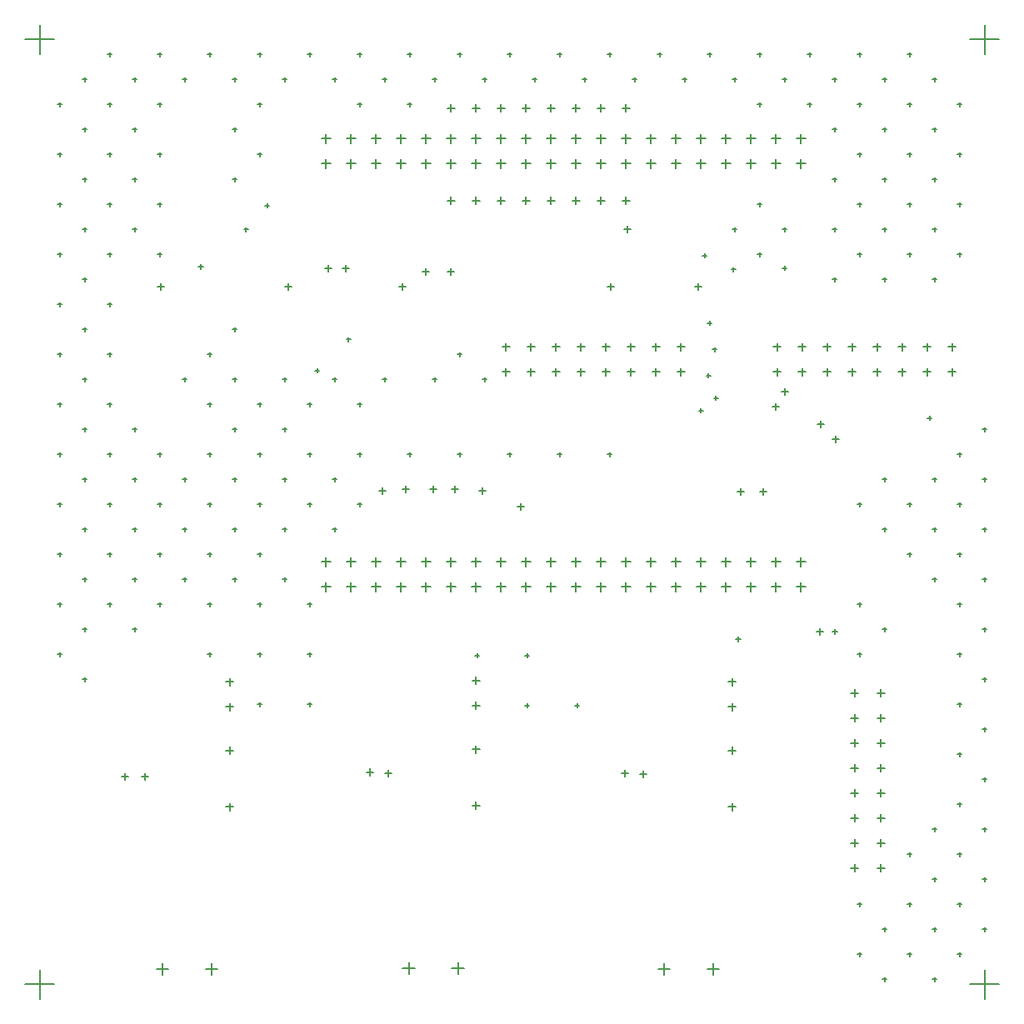
<source format=gbr>
G04 Layer_Color=128*
%FSLAX26Y26*%
%MOIN*%
%TF.FileFunction,Drillmap*%
%TF.Part,Single*%
G01*
G75*
%TA.AperFunction,NonConductor*%
%ADD35C,0.005000*%
D35*
X3245000Y665000D02*
X3275000D01*
X3260000Y650000D02*
Y680000D01*
X3245000Y565000D02*
X3275000D01*
X3260000Y550000D02*
Y580000D01*
X3245000Y1165000D02*
X3275000D01*
X3260000Y1150000D02*
Y1180000D01*
X3245000Y1065000D02*
X3275000D01*
X3260000Y1050000D02*
Y1080000D01*
X3245000Y965000D02*
X3275000D01*
X3260000Y950000D02*
Y980000D01*
X3245000Y865000D02*
X3275000D01*
X3260000Y850000D02*
Y880000D01*
X3245000Y765000D02*
X3275000D01*
X3260000Y750000D02*
Y780000D01*
X3245000Y465000D02*
X3275000D01*
X3260000Y450000D02*
Y480000D01*
X3350000Y665000D02*
X3380000D01*
X3365000Y650000D02*
Y680000D01*
X3350000Y565000D02*
X3380000D01*
X3365000Y550000D02*
Y580000D01*
X3350000Y1165000D02*
X3380000D01*
X3365000Y1150000D02*
Y1180000D01*
X3350000Y1065000D02*
X3380000D01*
X3365000Y1050000D02*
Y1080000D01*
X3350000Y965000D02*
X3380000D01*
X3365000Y950000D02*
Y980000D01*
X3350000Y865000D02*
X3380000D01*
X3365000Y850000D02*
Y880000D01*
X3350000Y765000D02*
X3380000D01*
X3365000Y750000D02*
Y780000D01*
X3350000Y465000D02*
X3380000D01*
X3365000Y450000D02*
Y480000D01*
X2935001Y2550000D02*
X2965001D01*
X2950001Y2535000D02*
Y2565000D01*
X3235001Y2550000D02*
X3265001D01*
X3250001Y2535000D02*
Y2565000D01*
X3335001Y2550000D02*
X3365001D01*
X3350001Y2535000D02*
Y2565000D01*
X3435001Y2550000D02*
X3465001D01*
X3450001Y2535000D02*
Y2565000D01*
X3535001Y2550000D02*
X3565001D01*
X3550001Y2535000D02*
Y2565000D01*
X3635001Y2550000D02*
X3665001D01*
X3650001Y2535000D02*
Y2565000D01*
X3035001Y2550000D02*
X3065001D01*
X3050001Y2535000D02*
Y2565000D01*
X3135001Y2550000D02*
X3165001D01*
X3150001Y2535000D02*
Y2565000D01*
X2935001Y2450000D02*
X2965001D01*
X2950001Y2435000D02*
Y2465000D01*
X3235001Y2450000D02*
X3265001D01*
X3250001Y2435000D02*
Y2465000D01*
X3335001Y2450000D02*
X3365001D01*
X3350001Y2435000D02*
Y2465000D01*
X3435001Y2450000D02*
X3465001D01*
X3450001Y2435000D02*
Y2465000D01*
X3535001Y2450000D02*
X3565001D01*
X3550001Y2435000D02*
Y2465000D01*
X3635001Y2450000D02*
X3665001D01*
X3650001Y2435000D02*
Y2465000D01*
X3035001Y2450000D02*
X3065001D01*
X3050001Y2435000D02*
Y2465000D01*
X3135001Y2450000D02*
X3165001D01*
X3150001Y2435000D02*
Y2465000D01*
X1850001Y2550000D02*
X1880001D01*
X1865001Y2535000D02*
Y2565000D01*
X2150001Y2550000D02*
X2180001D01*
X2165001Y2535000D02*
Y2565000D01*
X2250001Y2550000D02*
X2280001D01*
X2265001Y2535000D02*
Y2565000D01*
X2350001Y2550000D02*
X2380001D01*
X2365001Y2535000D02*
Y2565000D01*
X2450001Y2550000D02*
X2480001D01*
X2465001Y2535000D02*
Y2565000D01*
X2550001Y2550000D02*
X2580001D01*
X2565001Y2535000D02*
Y2565000D01*
X1950001Y2550000D02*
X1980001D01*
X1965001Y2535000D02*
Y2565000D01*
X2050001Y2550000D02*
X2080001D01*
X2065001Y2535000D02*
Y2565000D01*
X1850001Y2450000D02*
X1880001D01*
X1865001Y2435000D02*
Y2465000D01*
X2150001Y2450000D02*
X2180001D01*
X2165001Y2435000D02*
Y2465000D01*
X2250001Y2450000D02*
X2280001D01*
X2265001Y2435000D02*
Y2465000D01*
X2350001Y2450000D02*
X2380001D01*
X2365001Y2435000D02*
Y2465000D01*
X2450001Y2450000D02*
X2480001D01*
X2465001Y2435000D02*
Y2465000D01*
X2550001Y2450000D02*
X2580001D01*
X2565001Y2435000D02*
Y2465000D01*
X1950001Y2450000D02*
X1980001D01*
X1965001Y2435000D02*
Y2465000D01*
X2050001Y2450000D02*
X2080001D01*
X2065001Y2435000D02*
Y2465000D01*
X1127284Y1590000D02*
X1162716D01*
X1145000Y1572284D02*
Y1607716D01*
X1227284Y1590000D02*
X1262716D01*
X1245000Y1572284D02*
Y1607716D01*
X1327284Y1590000D02*
X1362716D01*
X1345000Y1572284D02*
Y1607716D01*
X1427284Y1590000D02*
X1462716D01*
X1445000Y1572284D02*
Y1607716D01*
X1527284Y1590000D02*
X1562716D01*
X1545000Y1572284D02*
Y1607716D01*
X1627284Y1590000D02*
X1662716D01*
X1645000Y1572284D02*
Y1607716D01*
X1727284Y1590000D02*
X1762716D01*
X1745000Y1572284D02*
Y1607716D01*
X1827284Y1590000D02*
X1862716D01*
X1845000Y1572284D02*
Y1607716D01*
X1927284Y1590000D02*
X1962716D01*
X1945000Y1572284D02*
Y1607716D01*
X2027284Y1590000D02*
X2062716D01*
X2045000Y1572284D02*
Y1607716D01*
X2127284Y1590000D02*
X2162716D01*
X2145000Y1572284D02*
Y1607716D01*
X2227284Y1590000D02*
X2262716D01*
X2245000Y1572284D02*
Y1607716D01*
X2327284Y1590000D02*
X2362716D01*
X2345000Y1572284D02*
Y1607716D01*
X2427284Y1590000D02*
X2462716D01*
X2445000Y1572284D02*
Y1607716D01*
X2527284Y1590000D02*
X2562716D01*
X2545000Y1572284D02*
Y1607716D01*
X2627284Y1590000D02*
X2662716D01*
X2645000Y1572284D02*
Y1607716D01*
X2727284Y1590000D02*
X2762716D01*
X2745000Y1572284D02*
Y1607716D01*
X2827284Y1590000D02*
X2862716D01*
X2845000Y1572284D02*
Y1607716D01*
X2927284Y1590000D02*
X2962716D01*
X2945000Y1572284D02*
Y1607716D01*
X3027284Y1590000D02*
X3062716D01*
X3045000Y1572284D02*
Y1607716D01*
X1127284Y1690000D02*
X1162716D01*
X1145000Y1672284D02*
Y1707716D01*
X1227284Y1690000D02*
X1262716D01*
X1245000Y1672284D02*
Y1707716D01*
X1327284Y1690000D02*
X1362716D01*
X1345000Y1672284D02*
Y1707716D01*
X1427284Y1690000D02*
X1462716D01*
X1445000Y1672284D02*
Y1707716D01*
X1527284Y1690000D02*
X1562716D01*
X1545000Y1672284D02*
Y1707716D01*
X1627284Y1690000D02*
X1662716D01*
X1645000Y1672284D02*
Y1707716D01*
X1727284Y1690000D02*
X1762716D01*
X1745000Y1672284D02*
Y1707716D01*
X1827284Y1690000D02*
X1862716D01*
X1845000Y1672284D02*
Y1707716D01*
X1927284Y1690000D02*
X1962716D01*
X1945000Y1672284D02*
Y1707716D01*
X2027284Y1690000D02*
X2062716D01*
X2045000Y1672284D02*
Y1707716D01*
X2127284Y1690000D02*
X2162716D01*
X2145000Y1672284D02*
Y1707716D01*
X2227284Y1690000D02*
X2262716D01*
X2245000Y1672284D02*
Y1707716D01*
X2327284Y1690000D02*
X2362716D01*
X2345000Y1672284D02*
Y1707716D01*
X2427284Y1690000D02*
X2462716D01*
X2445000Y1672284D02*
Y1707716D01*
X2527284Y1690000D02*
X2562716D01*
X2545000Y1672284D02*
Y1707716D01*
X2627284Y1690000D02*
X2662716D01*
X2645000Y1672284D02*
Y1707716D01*
X2727284Y1690000D02*
X2762716D01*
X2745000Y1672284D02*
Y1707716D01*
X2827284Y1690000D02*
X2862716D01*
X2845000Y1672284D02*
Y1707716D01*
X2927284Y1690000D02*
X2962716D01*
X2945000Y1672284D02*
Y1707716D01*
X3027284Y1690000D02*
X3062716D01*
X3045000Y1672284D02*
Y1707716D01*
X1127284Y3282913D02*
X1162716D01*
X1145000Y3265197D02*
Y3300630D01*
X3027284Y3382913D02*
X3062716D01*
X3045000Y3365197D02*
Y3400630D01*
X2927284Y3382913D02*
X2962716D01*
X2945000Y3365197D02*
Y3400630D01*
X2827284Y3382913D02*
X2862716D01*
X2845000Y3365197D02*
Y3400630D01*
X2727284Y3382913D02*
X2762716D01*
X2745000Y3365197D02*
Y3400630D01*
X2627284Y3382913D02*
X2662716D01*
X2645000Y3365197D02*
Y3400630D01*
X2527284Y3382913D02*
X2562716D01*
X2545000Y3365197D02*
Y3400630D01*
X2427284Y3382913D02*
X2462716D01*
X2445000Y3365197D02*
Y3400630D01*
X2327284Y3382913D02*
X2362716D01*
X2345000Y3365197D02*
Y3400630D01*
X2227284Y3382913D02*
X2262716D01*
X2245000Y3365197D02*
Y3400630D01*
X2127284Y3382913D02*
X2162716D01*
X2145000Y3365197D02*
Y3400630D01*
X2027284Y3382913D02*
X2062716D01*
X2045000Y3365197D02*
Y3400630D01*
X1927284Y3382913D02*
X1962716D01*
X1945000Y3365197D02*
Y3400630D01*
X1827284Y3382913D02*
X1862716D01*
X1845000Y3365197D02*
Y3400630D01*
X1727284Y3382913D02*
X1762716D01*
X1745000Y3365197D02*
Y3400630D01*
X1627284Y3382913D02*
X1662716D01*
X1645000Y3365197D02*
Y3400630D01*
X1527284Y3382913D02*
X1562716D01*
X1545000Y3365197D02*
Y3400630D01*
X1427284Y3382913D02*
X1462716D01*
X1445000Y3365197D02*
Y3400630D01*
X1327284Y3382913D02*
X1362716D01*
X1345000Y3365197D02*
Y3400630D01*
X1227284Y3382913D02*
X1262716D01*
X1245000Y3365197D02*
Y3400630D01*
X1127284Y3382913D02*
X1162716D01*
X1145000Y3365197D02*
Y3400630D01*
X3027284Y3282913D02*
X3062716D01*
X3045000Y3265197D02*
Y3300630D01*
X2927284Y3282913D02*
X2962716D01*
X2945000Y3265197D02*
Y3300630D01*
X2827284Y3282913D02*
X2862716D01*
X2845000Y3265197D02*
Y3300630D01*
X2727284Y3282913D02*
X2762716D01*
X2745000Y3265197D02*
Y3300630D01*
X2627284Y3282913D02*
X2662716D01*
X2645000Y3265197D02*
Y3300630D01*
X2527284Y3282913D02*
X2562716D01*
X2545000Y3265197D02*
Y3300630D01*
X2427284Y3282913D02*
X2462716D01*
X2445000Y3265197D02*
Y3300630D01*
X2327284Y3282913D02*
X2362716D01*
X2345000Y3265197D02*
Y3300630D01*
X2227284Y3282913D02*
X2262716D01*
X2245000Y3265197D02*
Y3300630D01*
X2127284Y3282913D02*
X2162716D01*
X2145000Y3265197D02*
Y3300630D01*
X2027284Y3282913D02*
X2062716D01*
X2045000Y3265197D02*
Y3300630D01*
X1927284Y3282913D02*
X1962716D01*
X1945000Y3265197D02*
Y3300630D01*
X1827284Y3282913D02*
X1862716D01*
X1845000Y3265197D02*
Y3300630D01*
X1727284Y3282913D02*
X1762716D01*
X1745000Y3265197D02*
Y3300630D01*
X1627284Y3282913D02*
X1662716D01*
X1645000Y3265197D02*
Y3300630D01*
X1527284Y3282913D02*
X1562716D01*
X1545000Y3265197D02*
Y3300630D01*
X1427284Y3282913D02*
X1462716D01*
X1445000Y3265197D02*
Y3300630D01*
X1327284Y3282913D02*
X1362716D01*
X1345000Y3265197D02*
Y3300630D01*
X1227284Y3282913D02*
X1262716D01*
X1245000Y3265197D02*
Y3300630D01*
X1729370Y715591D02*
X1759370D01*
X1744370Y700591D02*
Y730591D01*
X1729370Y940000D02*
X1759370D01*
X1744370Y925000D02*
Y955000D01*
X1729370Y1115591D02*
X1759370D01*
X1744370Y1100591D02*
Y1130591D01*
X1729370Y1215591D02*
X1759370D01*
X1744370Y1200591D02*
Y1230591D01*
X745000Y710591D02*
X775000D01*
X760000Y695591D02*
Y725591D01*
X745000Y935000D02*
X775000D01*
X760000Y920000D02*
Y950000D01*
X745000Y1110591D02*
X775000D01*
X760000Y1095591D02*
Y1125591D01*
X745000Y1210591D02*
X775000D01*
X760000Y1195591D02*
Y1225591D01*
X2669803Y60000D02*
X2717047D01*
X2693425Y36378D02*
Y83622D01*
X2472953Y60000D02*
X2520197D01*
X2496575Y36378D02*
Y83622D01*
X2755000Y710591D02*
X2785000D01*
X2770000Y695591D02*
Y725591D01*
X2755000Y935000D02*
X2785000D01*
X2770000Y920000D02*
Y950000D01*
X2755000Y1110591D02*
X2785000D01*
X2770000Y1095591D02*
Y1125591D01*
X2755000Y1210591D02*
X2785000D01*
X2770000Y1195591D02*
Y1225591D01*
X1649173Y65000D02*
X1696417D01*
X1672795Y41378D02*
Y88622D01*
X1452323Y65000D02*
X1499567D01*
X1475945Y41378D02*
Y88622D01*
X664803Y60000D02*
X712047D01*
X688425Y36378D02*
Y83622D01*
X467953Y60000D02*
X515197D01*
X491575Y36378D02*
Y83622D01*
X3720472Y3779528D02*
X3838582D01*
X3779527Y3720473D02*
Y3838583D01*
X3720472Y-0D02*
X3838582D01*
X3779527Y-59055D02*
Y59055D01*
X-59054Y3779528D02*
X59056D01*
X1Y3720473D02*
Y3838583D01*
X-59054Y-0D02*
X59056D01*
X1Y-59055D02*
Y59055D01*
X1830000Y3135000D02*
X1860000D01*
X1845000Y3120000D02*
Y3150000D01*
X1730000Y3135000D02*
X1760000D01*
X1745000Y3120000D02*
Y3150000D01*
X2330000Y3135000D02*
X2360000D01*
X2345000Y3120000D02*
Y3150000D01*
X2230000Y3135000D02*
X2260000D01*
X2245000Y3120000D02*
Y3150000D01*
X2130000Y3135000D02*
X2160000D01*
X2145000Y3120000D02*
Y3150000D01*
X2030000Y3135000D02*
X2060000D01*
X2045000Y3120000D02*
Y3150000D01*
X1930000Y3135000D02*
X1960000D01*
X1945000Y3120000D02*
Y3150000D01*
X1630000Y3135000D02*
X1660000D01*
X1645000Y3120000D02*
Y3150000D01*
X1830000Y3505000D02*
X1860000D01*
X1845000Y3490000D02*
Y3520000D01*
X1730000Y3505000D02*
X1760000D01*
X1745000Y3490000D02*
Y3520000D01*
X2330000Y3505000D02*
X2360000D01*
X2345000Y3490000D02*
Y3520000D01*
X2230000Y3505000D02*
X2260000D01*
X2245000Y3490000D02*
Y3520000D01*
X2130000Y3505000D02*
X2160000D01*
X2145000Y3490000D02*
Y3520000D01*
X2030000Y3505000D02*
X2060000D01*
X2045000Y3490000D02*
Y3520000D01*
X1930000Y3505000D02*
X1960000D01*
X1945000Y3490000D02*
Y3520000D01*
X1630000Y3505000D02*
X1660000D01*
X1645000Y3490000D02*
Y3520000D01*
X2621000Y2790000D02*
X2649000D01*
X2635000Y2776000D02*
Y2804000D01*
X2271000Y2790000D02*
X2299000D01*
X2285000Y2776000D02*
Y2804000D01*
X471000Y2790000D02*
X499000D01*
X485000Y2776000D02*
Y2804000D01*
X1436000Y2790000D02*
X1464000D01*
X1450000Y2776000D02*
Y2804000D01*
X981000Y2790000D02*
X1009000D01*
X995000Y2776000D02*
Y2804000D01*
X1631000Y2850000D02*
X1659000D01*
X1645000Y2836000D02*
Y2864000D01*
X1141000Y2865000D02*
X1169000D01*
X1155000Y2851000D02*
Y2879000D01*
X635000Y2870000D02*
X655000D01*
X645000Y2860000D02*
Y2880000D01*
X2881000Y1970000D02*
X2909000D01*
X2895000Y1956000D02*
Y1984000D01*
X2791000Y1970000D02*
X2819000D01*
X2805000Y1956000D02*
Y1984000D01*
X2785000Y1380000D02*
X2805000D01*
X2795000Y1370000D02*
Y1390000D01*
X1911000Y1910000D02*
X1939000D01*
X1925000Y1896000D02*
Y1924000D01*
X1646000Y1980000D02*
X1674000D01*
X1660000Y1966000D02*
Y1994000D01*
X1451000Y1980000D02*
X1479000D01*
X1465000Y1966000D02*
Y1994000D01*
X1356000Y1975000D02*
X1384000D01*
X1370000Y1961000D02*
Y1989000D01*
X1561000Y1980000D02*
X1589000D01*
X1575000Y1966000D02*
Y1994000D01*
X1756000Y1975000D02*
X1784000D01*
X1770000Y1961000D02*
Y1989000D01*
X1102126Y2455000D02*
X1117874D01*
X1110000Y2447126D02*
Y2462874D01*
X326000Y830000D02*
X354000D01*
X340000Y816000D02*
Y844000D01*
X406000Y830000D02*
X434000D01*
X420000Y816000D02*
Y844000D01*
X1306437Y848933D02*
X1334437D01*
X1320437Y834933D02*
Y862933D01*
X1380370Y845000D02*
X1408370D01*
X1394370Y831000D02*
Y859000D01*
X2401000Y840000D02*
X2429000D01*
X2415000Y826000D02*
Y854000D01*
X2327067Y843933D02*
X2355067D01*
X2341067Y829933D02*
Y857933D01*
X3170000Y1410000D02*
X3190000D01*
X3180000Y1400000D02*
Y1420000D01*
X3106000Y1410000D02*
X3134000D01*
X3120000Y1396000D02*
Y1424000D01*
X3171000Y2180000D02*
X3199000D01*
X3185000Y2166000D02*
Y2194000D01*
X3111000Y2240000D02*
X3139000D01*
X3125000Y2226000D02*
Y2254000D01*
X2931000Y2310000D02*
X2959000D01*
X2945000Y2296000D02*
Y2324000D01*
X2966000Y2370000D02*
X2994000D01*
X2980000Y2356000D02*
Y2384000D01*
X1531000Y2850000D02*
X1559000D01*
X1545000Y2836000D02*
Y2864000D01*
X1211000Y2865000D02*
X1239000D01*
X1225000Y2851000D02*
Y2879000D01*
X472126Y3720000D02*
X487874D01*
X480000Y3712126D02*
Y3727874D01*
X372126Y3620000D02*
X387874D01*
X380000Y3612126D02*
Y3627874D01*
X272126Y3720000D02*
X287874D01*
X280000Y3712126D02*
Y3727874D01*
X172126Y3620000D02*
X187874D01*
X180000Y3612126D02*
Y3627874D01*
X572126Y3620000D02*
X587874D01*
X580000Y3612126D02*
Y3627874D01*
X672126Y3720000D02*
X687874D01*
X680000Y3712126D02*
Y3727874D01*
X772126Y3620000D02*
X787874D01*
X780000Y3612126D02*
Y3627874D01*
X872126Y3720000D02*
X887874D01*
X880000Y3712126D02*
Y3727874D01*
X972126Y3620000D02*
X987874D01*
X980000Y3612126D02*
Y3627874D01*
X1072126Y3720000D02*
X1087874D01*
X1080000Y3712126D02*
Y3727874D01*
X1172126Y3620000D02*
X1187874D01*
X1180000Y3612126D02*
Y3627874D01*
X1272126Y3720000D02*
X1287874D01*
X1280000Y3712126D02*
Y3727874D01*
X1372126Y3620000D02*
X1387874D01*
X1380000Y3612126D02*
Y3627874D01*
X1472126Y3720000D02*
X1487874D01*
X1480000Y3712126D02*
Y3727874D01*
X1572126Y3620000D02*
X1587874D01*
X1580000Y3612126D02*
Y3627874D01*
X1672126Y3720000D02*
X1687874D01*
X1680000Y3712126D02*
Y3727874D01*
X1772126Y3620000D02*
X1787874D01*
X1780000Y3612126D02*
Y3627874D01*
X1872126Y3720000D02*
X1887874D01*
X1880000Y3712126D02*
Y3727874D01*
X1972126Y3620000D02*
X1987874D01*
X1980000Y3612126D02*
Y3627874D01*
X2072126Y3720000D02*
X2087874D01*
X2080000Y3712126D02*
Y3727874D01*
X2172126Y3620000D02*
X2187874D01*
X2180000Y3612126D02*
Y3627874D01*
X2272126Y3720000D02*
X2287874D01*
X2280000Y3712126D02*
Y3727874D01*
X2372126Y3620000D02*
X2387874D01*
X2380000Y3612126D02*
Y3627874D01*
X2472126Y3720000D02*
X2487874D01*
X2480000Y3712126D02*
Y3727874D01*
X2572126Y3620000D02*
X2587874D01*
X2580000Y3612126D02*
Y3627874D01*
X2672126Y3720000D02*
X2687874D01*
X2680000Y3712126D02*
Y3727874D01*
X2772126Y3620000D02*
X2787874D01*
X2780000Y3612126D02*
Y3627874D01*
X2872126Y3720000D02*
X2887874D01*
X2880000Y3712126D02*
Y3727874D01*
X2972126Y3620000D02*
X2987874D01*
X2980000Y3612126D02*
Y3627874D01*
X3072126Y3720000D02*
X3087874D01*
X3080000Y3712126D02*
Y3727874D01*
X3172126Y3620000D02*
X3187874D01*
X3180000Y3612126D02*
Y3627874D01*
X3272126Y3720000D02*
X3287874D01*
X3280000Y3712126D02*
Y3727874D01*
X3372126Y3620000D02*
X3387874D01*
X3380000Y3612126D02*
Y3627874D01*
X3472126Y3720000D02*
X3487874D01*
X3480000Y3712126D02*
Y3727874D01*
X472126Y3520000D02*
X487874D01*
X480000Y3512126D02*
Y3527874D01*
X72126Y3520000D02*
X87874D01*
X80000Y3512126D02*
Y3527874D01*
X272126Y3520000D02*
X287874D01*
X280000Y3512126D02*
Y3527874D01*
X372126Y3420000D02*
X387874D01*
X380000Y3412126D02*
Y3427874D01*
X172126Y3420000D02*
X187874D01*
X180000Y3412126D02*
Y3427874D01*
X172126Y3220000D02*
X187874D01*
X180000Y3212126D02*
Y3227874D01*
X372126Y3220000D02*
X387874D01*
X380000Y3212126D02*
Y3227874D01*
X272126Y3320000D02*
X287874D01*
X280000Y3312126D02*
Y3327874D01*
X72126Y3320000D02*
X87874D01*
X80000Y3312126D02*
Y3327874D01*
X472126Y3320000D02*
X487874D01*
X480000Y3312126D02*
Y3327874D01*
X172126Y3020000D02*
X187874D01*
X180000Y3012126D02*
Y3027874D01*
X372126Y3020000D02*
X387874D01*
X380000Y3012126D02*
Y3027874D01*
X272126Y3120000D02*
X287874D01*
X280000Y3112126D02*
Y3127874D01*
X72126Y3120000D02*
X87874D01*
X80000Y3112126D02*
Y3127874D01*
X472126Y3120000D02*
X487874D01*
X480000Y3112126D02*
Y3127874D01*
X172126Y2820000D02*
X187874D01*
X180000Y2812126D02*
Y2827874D01*
X272126Y2920000D02*
X287874D01*
X280000Y2912126D02*
Y2927874D01*
X72126Y2920000D02*
X87874D01*
X80000Y2912126D02*
Y2927874D01*
X472126Y2920000D02*
X487874D01*
X480000Y2912126D02*
Y2927874D01*
X172126Y2620000D02*
X187874D01*
X180000Y2612126D02*
Y2627874D01*
X272126Y2720000D02*
X287874D01*
X280000Y2712126D02*
Y2727874D01*
X72126Y2720000D02*
X87874D01*
X80000Y2712126D02*
Y2727874D01*
X172126Y2420000D02*
X187874D01*
X180000Y2412126D02*
Y2427874D01*
X272126Y2520000D02*
X287874D01*
X280000Y2512126D02*
Y2527874D01*
X72126Y2520000D02*
X87874D01*
X80000Y2512126D02*
Y2527874D01*
X172126Y2220000D02*
X187874D01*
X180000Y2212126D02*
Y2227874D01*
X372126Y2220000D02*
X387874D01*
X380000Y2212126D02*
Y2227874D01*
X272126Y2320000D02*
X287874D01*
X280000Y2312126D02*
Y2327874D01*
X72126Y2320000D02*
X87874D01*
X80000Y2312126D02*
Y2327874D01*
X172126Y2020000D02*
X187874D01*
X180000Y2012126D02*
Y2027874D01*
X372126Y2020000D02*
X387874D01*
X380000Y2012126D02*
Y2027874D01*
X272126Y2120000D02*
X287874D01*
X280000Y2112126D02*
Y2127874D01*
X72126Y2120000D02*
X87874D01*
X80000Y2112126D02*
Y2127874D01*
X472126Y2120000D02*
X487874D01*
X480000Y2112126D02*
Y2127874D01*
X172126Y1820000D02*
X187874D01*
X180000Y1812126D02*
Y1827874D01*
X372126Y1820000D02*
X387874D01*
X380000Y1812126D02*
Y1827874D01*
X272126Y1920000D02*
X287874D01*
X280000Y1912126D02*
Y1927874D01*
X72126Y1920000D02*
X87874D01*
X80000Y1912126D02*
Y1927874D01*
X472126Y1920000D02*
X487874D01*
X480000Y1912126D02*
Y1927874D01*
X172126Y1620000D02*
X187874D01*
X180000Y1612126D02*
Y1627874D01*
X372126Y1620000D02*
X387874D01*
X380000Y1612126D02*
Y1627874D01*
X272126Y1720000D02*
X287874D01*
X280000Y1712126D02*
Y1727874D01*
X72126Y1720000D02*
X87874D01*
X80000Y1712126D02*
Y1727874D01*
X472126Y1720000D02*
X487874D01*
X480000Y1712126D02*
Y1727874D01*
X172126Y1420000D02*
X187874D01*
X180000Y1412126D02*
Y1427874D01*
X372126Y1420000D02*
X387874D01*
X380000Y1412126D02*
Y1427874D01*
X272126Y1520000D02*
X287874D01*
X280000Y1512126D02*
Y1527874D01*
X72126Y1520000D02*
X87874D01*
X80000Y1512126D02*
Y1527874D01*
X472126Y1520000D02*
X487874D01*
X480000Y1512126D02*
Y1527874D01*
X172126Y1220000D02*
X187874D01*
X180000Y1212126D02*
Y1227874D01*
X72126Y1320000D02*
X87874D01*
X80000Y1312126D02*
Y1327874D01*
X772126Y2020000D02*
X787874D01*
X780000Y2012126D02*
Y2027874D01*
X772126Y2220000D02*
X787874D01*
X780000Y2212126D02*
Y2227874D01*
X672126Y2120000D02*
X687874D01*
X680000Y2112126D02*
Y2127874D01*
X572126Y2420000D02*
X587874D01*
X580000Y2412126D02*
Y2427874D01*
X672126Y2320000D02*
X687874D01*
X680000Y2312126D02*
Y2327874D01*
X1172126Y2020000D02*
X1187874D01*
X1180000Y2012126D02*
Y2027874D01*
X972126Y2220000D02*
X987874D01*
X980000Y2212126D02*
Y2227874D01*
X1072126Y2120000D02*
X1087874D01*
X1080000Y2112126D02*
Y2127874D01*
X972126Y2420000D02*
X987874D01*
X980000Y2412126D02*
Y2427874D01*
X1072126Y2320000D02*
X1087874D01*
X1080000Y2312126D02*
Y2327874D01*
X872126Y2320000D02*
X887874D01*
X880000Y2312126D02*
Y2327874D01*
X1472126Y2120000D02*
X1487874D01*
X1480000Y2112126D02*
Y2127874D01*
X1272126Y2120000D02*
X1287874D01*
X1280000Y2112126D02*
Y2127874D01*
X1272126Y2320000D02*
X1287874D01*
X1280000Y2312126D02*
Y2327874D01*
X872126Y1520000D02*
X887874D01*
X880000Y1512126D02*
Y1527874D01*
X872126Y1720000D02*
X887874D01*
X880000Y1712126D02*
Y1727874D01*
X672126Y1720000D02*
X687874D01*
X680000Y1712126D02*
Y1727874D01*
X772126Y1620000D02*
X787874D01*
X780000Y1612126D02*
Y1627874D01*
X672126Y1920000D02*
X687874D01*
X680000Y1912126D02*
Y1927874D01*
X772126Y1820000D02*
X787874D01*
X780000Y1812126D02*
Y1827874D01*
X572126Y1820000D02*
X587874D01*
X580000Y1812126D02*
Y1827874D01*
X572126Y2020000D02*
X587874D01*
X580000Y2012126D02*
Y2027874D01*
X872126Y1920000D02*
X887874D01*
X880000Y1912126D02*
Y1927874D01*
X872126Y2120000D02*
X887874D01*
X880000Y2112126D02*
Y2127874D01*
X972126Y2020000D02*
X987874D01*
X980000Y2012126D02*
Y2027874D01*
X972126Y1820000D02*
X987874D01*
X980000Y1812126D02*
Y1827874D01*
X1072126Y1920000D02*
X1087874D01*
X1080000Y1912126D02*
Y1927874D01*
X1172126Y1820000D02*
X1187874D01*
X1180000Y1812126D02*
Y1827874D01*
X972126Y1620000D02*
X987874D01*
X980000Y1612126D02*
Y1627874D01*
X572126Y1620000D02*
X587874D01*
X580000Y1612126D02*
Y1627874D01*
X672126Y1520000D02*
X687874D01*
X680000Y1512126D02*
Y1527874D01*
X872126Y1320000D02*
X887874D01*
X880000Y1312126D02*
Y1327874D01*
X1072126Y1120000D02*
X1087874D01*
X1080000Y1112126D02*
Y1127874D01*
X872126Y1120000D02*
X887874D01*
X880000Y1112126D02*
Y1127874D01*
X672126Y1320000D02*
X687874D01*
X680000Y1312126D02*
Y1327874D01*
X1072126Y1320000D02*
X1087874D01*
X1080000Y1312126D02*
Y1327874D01*
X1072126Y1520000D02*
X1087874D01*
X1080000Y1512126D02*
Y1527874D01*
X1272126Y1920000D02*
X1287874D01*
X1280000Y1912126D02*
Y1927874D01*
X772126Y2420000D02*
X787874D01*
X780000Y2412126D02*
Y2427874D01*
X672126Y2520000D02*
X687874D01*
X680000Y2512126D02*
Y2527874D01*
X772126Y2620000D02*
X787874D01*
X780000Y2612126D02*
Y2627874D01*
X1172126Y2420000D02*
X1187874D01*
X1180000Y2412126D02*
Y2427874D01*
X1672126Y2120000D02*
X1687874D01*
X1680000Y2112126D02*
Y2127874D01*
X1872126Y2120000D02*
X1887874D01*
X1880000Y2112126D02*
Y2127874D01*
X2072126Y2120000D02*
X2087874D01*
X2080000Y2112126D02*
Y2127874D01*
X2272126Y2120000D02*
X2287874D01*
X2280000Y2112126D02*
Y2127874D01*
X1227126Y2580000D02*
X1242874D01*
X1235000Y2572126D02*
Y2587874D01*
X1372126Y2420000D02*
X1387874D01*
X1380000Y2412126D02*
Y2427874D01*
X1572126Y2420000D02*
X1587874D01*
X1580000Y2412126D02*
Y2427874D01*
X1772126Y2420000D02*
X1787874D01*
X1780000Y2412126D02*
Y2427874D01*
X1672126Y2520000D02*
X1687874D01*
X1680000Y2512126D02*
Y2527874D01*
X872126Y3320000D02*
X887874D01*
X880000Y3312126D02*
Y3327874D01*
X772126Y3220000D02*
X787874D01*
X780000Y3212126D02*
Y3227874D01*
X772126Y3420000D02*
X787874D01*
X780000Y3412126D02*
Y3427874D01*
X872126Y3520000D02*
X887874D01*
X880000Y3512126D02*
Y3527874D01*
X902126Y3115000D02*
X917874D01*
X910000Y3107126D02*
Y3122874D01*
X817126Y3020000D02*
X832874D01*
X825000Y3012126D02*
Y3027874D01*
X3572126Y3220000D02*
X3587874D01*
X3580000Y3212126D02*
Y3227874D01*
X3172126Y3220000D02*
X3187874D01*
X3180000Y3212126D02*
Y3227874D01*
X3372126Y3220000D02*
X3387874D01*
X3380000Y3212126D02*
Y3227874D01*
X3572126Y3420000D02*
X3587874D01*
X3580000Y3412126D02*
Y3427874D01*
X3172126Y3420000D02*
X3187874D01*
X3180000Y3412126D02*
Y3427874D01*
X3372126Y3420000D02*
X3387874D01*
X3380000Y3412126D02*
Y3427874D01*
X3472126Y3320000D02*
X3487874D01*
X3480000Y3312126D02*
Y3327874D01*
X3272126Y3320000D02*
X3287874D01*
X3280000Y3312126D02*
Y3327874D01*
X3572126Y2820000D02*
X3587874D01*
X3580000Y2812126D02*
Y2827874D01*
X3172126Y2820000D02*
X3187874D01*
X3180000Y2812126D02*
Y2827874D01*
X3372126Y2820000D02*
X3387874D01*
X3380000Y2812126D02*
Y2827874D01*
X3572126Y3020000D02*
X3587874D01*
X3580000Y3012126D02*
Y3027874D01*
X3172126Y3020000D02*
X3187874D01*
X3180000Y3012126D02*
Y3027874D01*
X3372126Y3020000D02*
X3387874D01*
X3380000Y3012126D02*
Y3027874D01*
X3472126Y2920000D02*
X3487874D01*
X3480000Y2912126D02*
Y2927874D01*
X3272126Y2920000D02*
X3287874D01*
X3280000Y2912126D02*
Y2927874D01*
X3272126Y3520000D02*
X3287874D01*
X3280000Y3512126D02*
Y3527874D01*
X3472126Y3520000D02*
X3487874D01*
X3480000Y3512126D02*
Y3527874D01*
X3272126Y3120000D02*
X3287874D01*
X3280000Y3112126D02*
Y3127874D01*
X3472126Y3120000D02*
X3487874D01*
X3480000Y3112126D02*
Y3127874D01*
X3672126Y3320000D02*
X3687874D01*
X3680000Y3312126D02*
Y3327874D01*
X3672126Y3120000D02*
X3687874D01*
X3680000Y3112126D02*
Y3127874D01*
X3572126Y3620000D02*
X3587874D01*
X3580000Y3612126D02*
Y3627874D01*
X3672126Y3520000D02*
X3687874D01*
X3680000Y3512126D02*
Y3527874D01*
X3072126Y3520000D02*
X3087874D01*
X3080000Y3512126D02*
Y3527874D01*
X2872126Y3520000D02*
X2887874D01*
X2880000Y3512126D02*
Y3527874D01*
X2872126Y3120000D02*
X2887874D01*
X2880000Y3112126D02*
Y3127874D01*
X2972126Y3020000D02*
X2987874D01*
X2980000Y3012126D02*
Y3027874D01*
X2772126Y3020000D02*
X2787874D01*
X2780000Y3012126D02*
Y3027874D01*
X2872126Y2920000D02*
X2887874D01*
X2880000Y2912126D02*
Y2927874D01*
X2972126Y2865000D02*
X2987874D01*
X2980000Y2857126D02*
Y2872874D01*
X2767126Y2860000D02*
X2782874D01*
X2775000Y2852126D02*
Y2867874D01*
X2652126Y2915000D02*
X2667874D01*
X2660000Y2907126D02*
Y2922874D01*
X2672126Y2645000D02*
X2687874D01*
X2680000Y2637126D02*
Y2652874D01*
X2692126Y2540000D02*
X2707874D01*
X2700000Y2532126D02*
Y2547874D01*
X2667126Y2435000D02*
X2682874D01*
X2675000Y2427126D02*
Y2442874D01*
X2697126Y2345000D02*
X2712874D01*
X2705000Y2337126D02*
Y2352874D01*
X2637126Y2295000D02*
X2652874D01*
X2645000Y2287126D02*
Y2302874D01*
X3672126Y2920000D02*
X3687874D01*
X3680000Y2912126D02*
Y2927874D01*
X3672126Y2120000D02*
X3687874D01*
X3680000Y2112126D02*
Y2127874D01*
X3372126Y2020000D02*
X3387874D01*
X3380000Y2012126D02*
Y2027874D01*
X3572126Y2020000D02*
X3587874D01*
X3580000Y2012126D02*
Y2027874D01*
X3552126Y2265000D02*
X3567874D01*
X3560000Y2257126D02*
Y2272874D01*
X3472126Y1920000D02*
X3487874D01*
X3480000Y1912126D02*
Y1927874D01*
X3272126Y1920000D02*
X3287874D01*
X3280000Y1912126D02*
Y1927874D01*
X3372126Y1820000D02*
X3387874D01*
X3380000Y1812126D02*
Y1827874D01*
X3572126Y1820000D02*
X3587874D01*
X3580000Y1812126D02*
Y1827874D01*
X3672126Y1920000D02*
X3687874D01*
X3680000Y1912126D02*
Y1927874D01*
X3772126Y1820000D02*
X3787874D01*
X3780000Y1812126D02*
Y1827874D01*
X3672126Y1720000D02*
X3687874D01*
X3680000Y1712126D02*
Y1727874D01*
X3472126Y1720000D02*
X3487874D01*
X3480000Y1712126D02*
Y1727874D01*
X3772126Y1620000D02*
X3787874D01*
X3780000Y1612126D02*
Y1627874D01*
X3572126Y1620000D02*
X3587874D01*
X3580000Y1612126D02*
Y1627874D01*
X3672126Y1520000D02*
X3687874D01*
X3680000Y1512126D02*
Y1527874D01*
X3772126Y1420000D02*
X3787874D01*
X3780000Y1412126D02*
Y1427874D01*
X3772126Y2020000D02*
X3787874D01*
X3780000Y2012126D02*
Y2027874D01*
X3772126Y2220000D02*
X3787874D01*
X3780000Y2212126D02*
Y2227874D01*
X3772126Y1220000D02*
X3787874D01*
X3780000Y1212126D02*
Y1227874D01*
X3772126Y1020000D02*
X3787874D01*
X3780000Y1012126D02*
Y1027874D01*
X3672126Y1320000D02*
X3687874D01*
X3680000Y1312126D02*
Y1327874D01*
X3672126Y1120000D02*
X3687874D01*
X3680000Y1112126D02*
Y1127874D01*
X3672126Y920000D02*
X3687874D01*
X3680000Y912126D02*
Y927874D01*
X3672126Y720000D02*
X3687874D01*
X3680000Y712126D02*
Y727874D01*
X3772126Y820000D02*
X3787874D01*
X3780000Y812126D02*
Y827874D01*
X3772126Y620000D02*
X3787874D01*
X3780000Y612126D02*
Y627874D01*
X3672126Y520000D02*
X3687874D01*
X3680000Y512126D02*
Y527874D01*
X3672126Y320000D02*
X3687874D01*
X3680000Y312126D02*
Y327874D01*
X3772126Y420000D02*
X3787874D01*
X3780000Y412126D02*
Y427874D01*
X3772126Y220000D02*
X3787874D01*
X3780000Y212126D02*
Y227874D01*
X3472126Y320000D02*
X3487874D01*
X3480000Y312126D02*
Y327874D01*
X3572126Y420000D02*
X3587874D01*
X3580000Y412126D02*
Y427874D01*
X3472126Y520000D02*
X3487874D01*
X3480000Y512126D02*
Y527874D01*
X3572126Y620000D02*
X3587874D01*
X3580000Y612126D02*
Y627874D01*
X3272126Y120000D02*
X3287874D01*
X3280000Y112126D02*
Y127874D01*
X3372126Y220000D02*
X3387874D01*
X3380000Y212126D02*
Y227874D01*
X3272126Y320000D02*
X3287874D01*
X3280000Y312126D02*
Y327874D01*
X3572126Y20000D02*
X3587874D01*
X3580000Y12126D02*
Y27874D01*
X3472126Y120000D02*
X3487874D01*
X3480000Y112126D02*
Y127874D01*
X3372126Y20000D02*
X3387874D01*
X3380000Y12126D02*
Y27874D01*
X3672126Y120000D02*
X3687874D01*
X3680000Y112126D02*
Y127874D01*
X3572126Y220000D02*
X3587874D01*
X3580000Y212126D02*
Y227874D01*
X2142126Y1115000D02*
X2157874D01*
X2150000Y1107126D02*
Y1122874D01*
X1942126Y1115000D02*
X1957874D01*
X1950000Y1107126D02*
Y1122874D01*
X1942126Y1315000D02*
X1957874D01*
X1950000Y1307126D02*
Y1322874D01*
X1742126Y1315000D02*
X1757874D01*
X1750000Y1307126D02*
Y1322874D01*
X3272126Y1520000D02*
X3287874D01*
X3280000Y1512126D02*
Y1527874D01*
X3272126Y1320000D02*
X3287874D01*
X3280000Y1312126D02*
Y1327874D01*
X3372126Y1420000D02*
X3387874D01*
X3380000Y1412126D02*
Y1427874D01*
X2336000Y3020000D02*
X2364000D01*
X2350000Y3006000D02*
Y3034000D01*
X1472126Y3520000D02*
X1487874D01*
X1480000Y3512126D02*
Y3527874D01*
X1272126Y3520000D02*
X1287874D01*
X1280000Y3512126D02*
Y3527874D01*
%TF.MD5,1db8c68f207386df5cbfe454b66854d1*%
M02*

</source>
